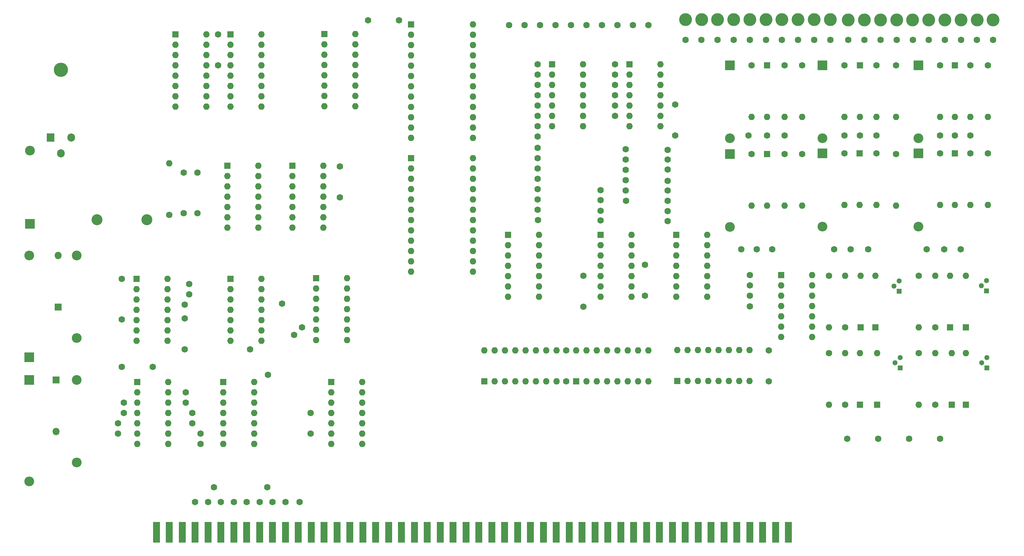
<source format=gbr>
%TF.GenerationSoftware,KiCad,Pcbnew,7.0.10*%
%TF.CreationDate,2024-03-23T14:15:06-04:00*%
%TF.ProjectId,MITS 88-2SIO,4d495453-2038-4382-9d32-53494f2e6b69,rev?*%
%TF.SameCoordinates,Original*%
%TF.FileFunction,Soldermask,Bot*%
%TF.FilePolarity,Negative*%
%FSLAX46Y46*%
G04 Gerber Fmt 4.6, Leading zero omitted, Abs format (unit mm)*
G04 Created by KiCad (PCBNEW 7.0.10) date 2024-03-23 14:15:06*
%MOMM*%
%LPD*%
G01*
G04 APERTURE LIST*
%ADD10C,1.600000*%
%ADD11R,1.600000X1.600000*%
%ADD12O,1.600000X1.600000*%
%ADD13R,2.400000X2.400000*%
%ADD14O,2.400000X2.400000*%
%ADD15C,3.160000*%
%ADD16C,2.400000*%
%ADD17R,1.300000X1.300000*%
%ADD18C,1.300000*%
%ADD19R,1.800000X1.800000*%
%ADD20O,1.800000X1.800000*%
%ADD21O,3.500000X3.500000*%
%ADD22R,1.905000X2.000000*%
%ADD23O,1.905000X2.000000*%
%ADD24R,1.778000X5.080000*%
%ADD25C,2.700000*%
G04 APERTURE END LIST*
D10*
%TO.C,W1*%
X98958400Y-150990000D03*
%TD*%
D11*
%TO.C,U4*%
X191871600Y-121208800D03*
D12*
X194411600Y-121208800D03*
X196951600Y-121208800D03*
X199491600Y-121208800D03*
X202031600Y-121208800D03*
X204571600Y-121208800D03*
X207111600Y-121208800D03*
X209651600Y-121208800D03*
X209651600Y-113588800D03*
X207111600Y-113588800D03*
X204571600Y-113588800D03*
X202031600Y-113588800D03*
X199491600Y-113588800D03*
X196951600Y-113588800D03*
X194411600Y-113588800D03*
X191871600Y-113588800D03*
%TD*%
D10*
%TO.C,P30*%
X157480000Y-66294000D03*
%TD*%
%TO.C,P71*%
X248920000Y-135382000D03*
%TD*%
%TO.C,R20*%
X222631000Y-65278000D03*
D12*
X222631000Y-77978000D03*
%TD*%
D13*
%TO.C,C1*%
X32385000Y-115316000D03*
D14*
X32385000Y-90316000D03*
%TD*%
D10*
%TO.C,R21*%
X251333000Y-114300000D03*
D12*
X251333000Y-127000000D03*
%TD*%
D10*
%TO.C,P14*%
X55118000Y-96012000D03*
%TD*%
D11*
%TO.C,D11*%
X241046000Y-127000000D03*
D12*
X241046000Y-114300000D03*
%TD*%
D10*
%TO.C,C17*%
X70612000Y-105791000D03*
X70612000Y-113411000D03*
%TD*%
%TO.C,C12*%
X191389000Y-53086000D03*
X191389000Y-60706000D03*
%TD*%
%TO.C,P109*%
X205783600Y-37236400D03*
%TD*%
%TO.C,P110*%
X209743600Y-37236400D03*
%TD*%
%TO.C,P89*%
X161925000Y-33528000D03*
%TD*%
D11*
%TO.C,U10*%
X144373601Y-121259601D03*
D12*
X146913601Y-121259601D03*
X149453601Y-121259601D03*
X151993601Y-121259601D03*
X154533601Y-121259601D03*
X157073601Y-121259601D03*
X159613601Y-121259601D03*
X162153601Y-121259601D03*
X162153601Y-113639601D03*
X159613601Y-113639601D03*
X157073601Y-113639601D03*
X154533601Y-113639601D03*
X151993601Y-113639601D03*
X149453601Y-113639601D03*
X146913601Y-113639601D03*
X144373601Y-113639601D03*
%TD*%
D10*
%TO.C,P100*%
X249851600Y-37178400D03*
%TD*%
D11*
%TO.C,D6*%
X236855000Y-43434000D03*
D12*
X236855000Y-56134000D03*
%TD*%
D10*
%TO.C,P3*%
X74549000Y-134112000D03*
%TD*%
%TO.C,P25*%
X189484000Y-71882000D03*
%TD*%
D11*
%TO.C,D5*%
X240690400Y-107950000D03*
D12*
X240690400Y-95250000D03*
%TD*%
D10*
%TO.C,P20*%
X179171600Y-66675000D03*
%TD*%
%TO.C,R15*%
X268351000Y-43434000D03*
D12*
X268351000Y-56134000D03*
%TD*%
D15*
%TO.C,J3*%
X234005400Y-32257000D03*
X237965400Y-32257000D03*
X241925400Y-32257000D03*
X245885400Y-32257000D03*
X249845400Y-32257000D03*
X253805400Y-32257000D03*
X257765400Y-32257000D03*
X261725400Y-32257000D03*
X265685400Y-32257000D03*
X269645400Y-32257000D03*
%TD*%
D10*
%TO.C,P18*%
X55118000Y-106045000D03*
%TD*%
D11*
%TO.C,U20*%
X68326000Y-35814000D03*
D12*
X68326000Y-38354000D03*
X68326000Y-40894000D03*
X68326000Y-43434000D03*
X68326000Y-45974000D03*
X68326000Y-48514000D03*
X68326000Y-51054000D03*
X68326000Y-53594000D03*
X75946000Y-53594000D03*
X75946000Y-51054000D03*
X75946000Y-48514000D03*
X75946000Y-45974000D03*
X75946000Y-43434000D03*
X75946000Y-40894000D03*
X75946000Y-38354000D03*
X75946000Y-35814000D03*
%TD*%
D10*
%TO.C,P7*%
X101600000Y-129032000D03*
%TD*%
D13*
%TO.C,C2*%
X32385000Y-120904000D03*
D14*
X32385000Y-145904000D03*
%TD*%
D11*
%TO.C,U5*%
X103022400Y-95885000D03*
D12*
X103022400Y-98425000D03*
X103022400Y-100965000D03*
X103022400Y-103505000D03*
X103022400Y-106045000D03*
X103022400Y-108585000D03*
X103022400Y-111125000D03*
X110642400Y-111125000D03*
X110642400Y-108585000D03*
X110642400Y-106045000D03*
X110642400Y-103505000D03*
X110642400Y-100965000D03*
X110642400Y-98425000D03*
X110642400Y-95885000D03*
%TD*%
D10*
%TO.C,W6*%
X85928200Y-150990000D03*
%TD*%
%TO.C,P54*%
X176530000Y-43180000D03*
%TD*%
D11*
%TO.C,U2*%
X106680000Y-121412000D03*
D12*
X106680000Y-123952000D03*
X106680000Y-126492000D03*
X106680000Y-129032000D03*
X106680000Y-131572000D03*
X106680000Y-134112000D03*
X106680000Y-136652000D03*
X114300000Y-136652000D03*
X114300000Y-134112000D03*
X114300000Y-131572000D03*
X114300000Y-129032000D03*
X114300000Y-126492000D03*
X114300000Y-123952000D03*
X114300000Y-121412000D03*
%TD*%
D10*
%TO.C,P49*%
X157480000Y-63754000D03*
%TD*%
%TO.C,P58*%
X209423000Y-60706000D03*
%TD*%
D16*
%TO.C,R2*%
X44069000Y-120904000D03*
D14*
X44069000Y-141224000D03*
%TD*%
D11*
%TO.C,U22*%
X81915000Y-35814000D03*
D12*
X81915000Y-38354000D03*
X81915000Y-40894000D03*
X81915000Y-43434000D03*
X81915000Y-45974000D03*
X81915000Y-48514000D03*
X81915000Y-51054000D03*
X81915000Y-53594000D03*
X89535000Y-53594000D03*
X89535000Y-51054000D03*
X89535000Y-48514000D03*
X89535000Y-45974000D03*
X89535000Y-43434000D03*
X89535000Y-40894000D03*
X89535000Y-38354000D03*
X89535000Y-35814000D03*
%TD*%
D10*
%TO.C,R23*%
X233045000Y-65151000D03*
D12*
X233045000Y-77851000D03*
%TD*%
D10*
%TO.C,R3*%
X210185000Y-43434000D03*
D12*
X210185000Y-56134000D03*
%TD*%
D10*
%TO.C,P60*%
X256540000Y-60706000D03*
%TD*%
%TO.C,W3*%
X76403200Y-150990000D03*
%TD*%
%TO.C,P88*%
X158115000Y-33528000D03*
%TD*%
D13*
%TO.C,C6*%
X204851000Y-65278000D03*
D14*
X204851000Y-83278000D03*
%TD*%
D10*
%TO.C,W5*%
X82753200Y-150990000D03*
%TD*%
%TO.C,P21*%
X189484000Y-79349600D03*
%TD*%
%TO.C,P99*%
X245891600Y-37178400D03*
%TD*%
%TO.C,P68*%
X241300000Y-135382000D03*
%TD*%
%TO.C,R19*%
X218313000Y-65278000D03*
D12*
X218313000Y-77978000D03*
%TD*%
D10*
%TO.C,P37*%
X157480000Y-53340000D03*
%TD*%
%TO.C,P114*%
X225583600Y-37236400D03*
%TD*%
D13*
%TO.C,C5*%
X251206000Y-43434000D03*
D14*
X251206000Y-61434000D03*
%TD*%
D10*
%TO.C,P40*%
X209753200Y-102819200D03*
%TD*%
%TO.C,R22*%
X255397000Y-127000000D03*
D12*
X255397000Y-114300000D03*
%TD*%
D10*
%TO.C,P42*%
X179171600Y-64135000D03*
%TD*%
D16*
%TO.C,R1*%
X44069000Y-90297000D03*
D14*
X44069000Y-110617000D03*
%TD*%
D11*
%TO.C,U15*%
X126390400Y-66294000D03*
D12*
X126390400Y-68834000D03*
X126390400Y-71374000D03*
X126390400Y-73914000D03*
X126390400Y-76454000D03*
X126390400Y-78994000D03*
X126390400Y-81534000D03*
X126390400Y-84074000D03*
X126390400Y-86614000D03*
X126390400Y-89154000D03*
X126390400Y-91694000D03*
X126390400Y-94234000D03*
X141630400Y-94234000D03*
X141630400Y-91694000D03*
X141630400Y-89154000D03*
X141630400Y-86614000D03*
X141630400Y-84074000D03*
X141630400Y-81534000D03*
X141630400Y-78994000D03*
X141630400Y-76454000D03*
X141630400Y-73914000D03*
X141630400Y-71374000D03*
X141630400Y-68834000D03*
X141630400Y-66294000D03*
%TD*%
D10*
%TO.C,P87*%
X154305000Y-33528000D03*
%TD*%
%TO.C,P69*%
X256540000Y-135382000D03*
%TD*%
%TO.C,P94*%
X180975000Y-33528000D03*
%TD*%
%TO.C,P96*%
X234011600Y-37178400D03*
%TD*%
%TO.C,P39*%
X157556200Y-76454000D03*
%TD*%
D17*
%TO.C,Q3*%
X246761000Y-117957600D03*
D18*
X245491000Y-116687600D03*
X246761000Y-115417600D03*
%TD*%
D11*
%TO.C,D9*%
X260223000Y-43434000D03*
D12*
X260223000Y-56134000D03*
%TD*%
D10*
%TO.C,C13*%
X164541200Y-121310400D03*
X164541200Y-113690400D03*
%TD*%
%TO.C,P43*%
X189484000Y-81788000D03*
%TD*%
%TO.C,P113*%
X221623600Y-37236400D03*
%TD*%
%TO.C,P28*%
X157556200Y-71374000D03*
%TD*%
D11*
%TO.C,U14*%
X126365000Y-33401000D03*
D12*
X126365000Y-35941000D03*
X126365000Y-38481000D03*
X126365000Y-41021000D03*
X126365000Y-43561000D03*
X126365000Y-46101000D03*
X126365000Y-48641000D03*
X126365000Y-51181000D03*
X126365000Y-53721000D03*
X126365000Y-56261000D03*
X126365000Y-58801000D03*
X126365000Y-61341000D03*
X141605000Y-61341000D03*
X141605000Y-58801000D03*
X141605000Y-56261000D03*
X141605000Y-53721000D03*
X141605000Y-51181000D03*
X141605000Y-48641000D03*
X141605000Y-46101000D03*
X141605000Y-43561000D03*
X141605000Y-41021000D03*
X141605000Y-38481000D03*
X141605000Y-35941000D03*
X141605000Y-33401000D03*
%TD*%
D10*
%TO.C,R5*%
X222631000Y-43434000D03*
D12*
X222631000Y-56134000D03*
%TD*%
D10*
%TO.C,P56*%
X157505400Y-73914000D03*
%TD*%
%TO.C,P66*%
X157480000Y-48260000D03*
%TD*%
%TO.C,P72*%
X157480000Y-50800000D03*
%TD*%
D11*
%TO.C,D8*%
X262890000Y-107950000D03*
D12*
X262890000Y-95250000D03*
%TD*%
D17*
%TO.C,Q2*%
X268020800Y-99009200D03*
D18*
X266750800Y-97739200D03*
X268020800Y-96469200D03*
%TD*%
D11*
%TO.C,D7*%
X259029200Y-107950000D03*
D12*
X259029200Y-95250000D03*
%TD*%
D10*
%TO.C,P108*%
X201823600Y-37236400D03*
%TD*%
%TO.C,P13*%
X101600000Y-134112000D03*
%TD*%
D11*
%TO.C,U1*%
X80162400Y-121412000D03*
D12*
X80162400Y-123952000D03*
X80162400Y-126492000D03*
X80162400Y-129032000D03*
X80162400Y-131572000D03*
X80162400Y-134112000D03*
X80162400Y-136652000D03*
X87782400Y-136652000D03*
X87782400Y-134112000D03*
X87782400Y-131572000D03*
X87782400Y-129032000D03*
X87782400Y-126492000D03*
X87782400Y-123952000D03*
X87782400Y-121412000D03*
%TD*%
D11*
%TO.C,U11*%
X97180400Y-68199000D03*
D12*
X97180400Y-70739000D03*
X97180400Y-73279000D03*
X97180400Y-75819000D03*
X97180400Y-78359000D03*
X97180400Y-80899000D03*
X97180400Y-83439000D03*
X104800400Y-83439000D03*
X104800400Y-80899000D03*
X104800400Y-78359000D03*
X104800400Y-75819000D03*
X104800400Y-73279000D03*
X104800400Y-70739000D03*
X104800400Y-68199000D03*
%TD*%
D11*
%TO.C,U23*%
X217424000Y-95148400D03*
D12*
X217424000Y-97688400D03*
X217424000Y-100228400D03*
X217424000Y-102768400D03*
X217424000Y-105308400D03*
X217424000Y-107848400D03*
X217424000Y-110388400D03*
X225044000Y-110388400D03*
X225044000Y-107848400D03*
X225044000Y-105308400D03*
X225044000Y-102768400D03*
X225044000Y-100228400D03*
X225044000Y-97688400D03*
X225044000Y-95148400D03*
%TD*%
D10*
%TO.C,P81*%
X215265000Y-88773000D03*
%TD*%
%TO.C,P2*%
X54229000Y-131572000D03*
%TD*%
%TO.C,P77*%
X240919000Y-60706000D03*
%TD*%
%TO.C,P57*%
X157556200Y-78994000D03*
%TD*%
%TO.C,W9*%
X95450400Y-150990000D03*
%TD*%
D11*
%TO.C,D18*%
X260223000Y-65151000D03*
D12*
X260223000Y-77851000D03*
%TD*%
D10*
%TO.C,W10*%
X77876400Y-147320000D03*
%TD*%
%TO.C,P78*%
X260223000Y-60706000D03*
%TD*%
D13*
%TO.C,C7*%
X227584000Y-65151000D03*
D14*
X227584000Y-83151000D03*
%TD*%
D11*
%TO.C,U13*%
X191643000Y-85217000D03*
D12*
X191643000Y-87757000D03*
X191643000Y-90297000D03*
X191643000Y-92837000D03*
X191643000Y-95377000D03*
X191643000Y-97917000D03*
X191643000Y-100457000D03*
X199263000Y-100457000D03*
X199263000Y-97917000D03*
X199263000Y-95377000D03*
X199263000Y-92837000D03*
X199263000Y-90297000D03*
X199263000Y-87757000D03*
X199263000Y-85217000D03*
%TD*%
D10*
%TO.C,P34*%
X173024800Y-79248000D03*
%TD*%
%TO.C,P47*%
X189484000Y-69088000D03*
%TD*%
D19*
%TO.C,D2*%
X38989000Y-120904000D03*
D20*
X38989000Y-133604000D03*
%TD*%
D10*
%TO.C,P33*%
X176530000Y-50800000D03*
%TD*%
%TO.C,P44*%
X179171600Y-69215000D03*
%TD*%
%TO.C,C14*%
X108839000Y-68326000D03*
X108839000Y-75946000D03*
%TD*%
D11*
%TO.C,D4*%
X237032800Y-107950000D03*
D12*
X237032800Y-95250000D03*
%TD*%
D10*
%TO.C,C10*%
X73761600Y-79883000D03*
X73761600Y-69883000D03*
%TD*%
D11*
%TO.C,U16*%
X172974000Y-85217000D03*
D12*
X172974000Y-87757000D03*
X172974000Y-90297000D03*
X172974000Y-92837000D03*
X172974000Y-95377000D03*
X172974000Y-97917000D03*
X172974000Y-100457000D03*
X180594000Y-100457000D03*
X180594000Y-97917000D03*
X180594000Y-95377000D03*
X180594000Y-92837000D03*
X180594000Y-90297000D03*
X180594000Y-87757000D03*
X180594000Y-85217000D03*
%TD*%
D10*
%TO.C,P93*%
X177165000Y-33528000D03*
%TD*%
D11*
%TO.C,U8*%
X58826400Y-96012000D03*
D12*
X58826400Y-98552000D03*
X58826400Y-101092000D03*
X58826400Y-103632000D03*
X58826400Y-106172000D03*
X58826400Y-108712000D03*
X58826400Y-111252000D03*
X66446400Y-111252000D03*
X66446400Y-108712000D03*
X66446400Y-106172000D03*
X66446400Y-103632000D03*
X66446400Y-101092000D03*
X66446400Y-98552000D03*
X66446400Y-96012000D03*
%TD*%
D10*
%TO.C,P85*%
X261620000Y-88798400D03*
%TD*%
%TO.C,P10*%
X72517000Y-131572000D03*
%TD*%
%TO.C,R28*%
X66802000Y-80264000D03*
D12*
X66802000Y-67564000D03*
%TD*%
D13*
%TO.C,C3*%
X204851000Y-43434000D03*
D14*
X204851000Y-61434000D03*
%TD*%
D11*
%TO.C,U7*%
X81153000Y-68199000D03*
D12*
X81153000Y-70739000D03*
X81153000Y-73279000D03*
X81153000Y-75819000D03*
X81153000Y-78359000D03*
X81153000Y-80899000D03*
X81153000Y-83439000D03*
X88773000Y-83439000D03*
X88773000Y-80899000D03*
X88773000Y-78359000D03*
X88773000Y-75819000D03*
X88773000Y-73279000D03*
X88773000Y-70739000D03*
X88773000Y-68199000D03*
%TD*%
D10*
%TO.C,P29*%
X209753200Y-97688400D03*
%TD*%
D21*
%TO.C,U24*%
X40132000Y-44554000D03*
D22*
X37592000Y-61214000D03*
D23*
X40132000Y-65151000D03*
X42672000Y-61214000D03*
%TD*%
D10*
%TO.C,R10*%
X245745000Y-43434000D03*
D12*
X245745000Y-56134000D03*
%TD*%
D10*
%TO.C,P45*%
X189484000Y-76835000D03*
%TD*%
%TO.C,R4*%
X218313000Y-43434000D03*
D12*
X218313000Y-56134000D03*
%TD*%
D10*
%TO.C,C18*%
X62738000Y-117729000D03*
X55118000Y-117729000D03*
%TD*%
D11*
%TO.C,D13*%
X259461000Y-127000000D03*
D12*
X259461000Y-114300000D03*
%TD*%
D10*
%TO.C,P73*%
X157480000Y-60960000D03*
%TD*%
D24*
%TO.C,P1*%
X63700000Y-158486000D03*
X66875000Y-158486000D03*
X70050000Y-158486000D03*
X73225000Y-158486000D03*
X76400000Y-158486000D03*
X79575000Y-158486000D03*
X82750000Y-158486000D03*
X85925000Y-158486000D03*
X89100000Y-158486000D03*
X92275000Y-158486000D03*
X95450000Y-158486000D03*
X98625000Y-158486000D03*
X101800000Y-158486000D03*
X104975000Y-158486000D03*
X108150000Y-158486000D03*
X111325000Y-158486000D03*
X114500000Y-158486000D03*
X117675000Y-158486000D03*
X120850000Y-158486000D03*
X124025000Y-158486000D03*
X127200000Y-158486000D03*
X130375000Y-158486000D03*
X133550000Y-158486000D03*
X136725000Y-158486000D03*
X139900000Y-158486000D03*
X143075000Y-158486000D03*
X146250000Y-158486000D03*
X149425000Y-158486000D03*
X152600000Y-158486000D03*
X155775000Y-158486000D03*
X158950000Y-158486000D03*
X162125000Y-158486000D03*
X165300000Y-158486000D03*
X168475000Y-158486000D03*
X171650000Y-158486000D03*
X174825000Y-158486000D03*
X178000000Y-158486000D03*
X181175000Y-158486000D03*
X184350000Y-158486000D03*
X187525000Y-158486000D03*
X190700000Y-158486000D03*
X193875000Y-158486000D03*
X197050000Y-158486000D03*
X200225000Y-158486000D03*
X203400000Y-158486000D03*
X206575000Y-158486000D03*
X209750000Y-158486000D03*
X212925000Y-158486000D03*
X216100000Y-158486000D03*
X219275000Y-158486000D03*
%TD*%
D10*
%TO.C,P26*%
X157480000Y-43180000D03*
%TD*%
%TO.C,P11*%
X70866000Y-126492000D03*
%TD*%
%TO.C,C22*%
X214376000Y-113665000D03*
X214376000Y-121285000D03*
%TD*%
%TO.C,C15*%
X94615000Y-102108000D03*
X99513042Y-107945259D03*
%TD*%
%TO.C,P19*%
X97536000Y-109855000D03*
%TD*%
%TO.C,R27*%
X264033000Y-65151000D03*
D12*
X264033000Y-77851000D03*
%TD*%
D10*
%TO.C,R24*%
X240919000Y-65151000D03*
D12*
X240919000Y-77851000D03*
%TD*%
D10*
%TO.C,C23*%
X183896000Y-92608400D03*
X183896000Y-100228400D03*
%TD*%
%TO.C,P65*%
X157480000Y-55880000D03*
%TD*%
%TO.C,P61*%
X207670400Y-88747600D03*
%TD*%
%TO.C,P52*%
X176530000Y-48260000D03*
%TD*%
%TO.C,P86*%
X150495000Y-33528000D03*
%TD*%
%TO.C,P24*%
X179273200Y-76835000D03*
%TD*%
%TO.C,R8*%
X233045000Y-43434000D03*
D12*
X233045000Y-56134000D03*
%TD*%
D10*
%TO.C,R12*%
X255422400Y-107950000D03*
D12*
X255422400Y-95250000D03*
%TD*%
D10*
%TO.C,P5*%
X70866000Y-123952000D03*
%TD*%
D11*
%TO.C,D12*%
X213995000Y-65278000D03*
D12*
X213995000Y-77978000D03*
%TD*%
D10*
%TO.C,P23*%
X189484000Y-74295000D03*
%TD*%
%TO.C,P35*%
X176530000Y-45720000D03*
%TD*%
%TO.C,P90*%
X165735000Y-33528000D03*
%TD*%
D11*
%TO.C,D3*%
X213995000Y-43434000D03*
D12*
X213995000Y-56134000D03*
%TD*%
D10*
%TO.C,W4*%
X79578200Y-150990000D03*
%TD*%
%TO.C,R30*%
X268351000Y-65151000D03*
D12*
X268351000Y-77851000D03*
%TD*%
D11*
%TO.C,U9*%
X167030400Y-121259600D03*
D12*
X169570400Y-121259600D03*
X172110400Y-121259600D03*
X174650400Y-121259600D03*
X177190400Y-121259600D03*
X179730400Y-121259600D03*
X182270400Y-121259600D03*
X184810400Y-121259600D03*
X184810400Y-113639600D03*
X182270400Y-113639600D03*
X179730400Y-113639600D03*
X177190400Y-113639600D03*
X174650400Y-113639600D03*
X172110400Y-113639600D03*
X169570400Y-113639600D03*
X167030400Y-113639600D03*
%TD*%
D10*
%TO.C,P70*%
X233680000Y-135382000D03*
%TD*%
%TO.C,W2*%
X73228200Y-150990000D03*
%TD*%
%TO.C,P107*%
X197860400Y-37236400D03*
%TD*%
%TO.C,R25*%
X245745000Y-65278000D03*
D12*
X245745000Y-77978000D03*
%TD*%
D10*
%TO.C,P48*%
X157505400Y-68834000D03*
%TD*%
%TO.C,P67*%
X157480000Y-58420000D03*
%TD*%
%TO.C,P16*%
X71755000Y-99822000D03*
%TD*%
%TO.C,C20*%
X168808400Y-95250000D03*
X168808400Y-102870000D03*
%TD*%
%TO.C,P103*%
X261731600Y-37178400D03*
%TD*%
%TO.C,P74*%
X213995000Y-60706000D03*
%TD*%
%TO.C,C21*%
X78867002Y-35813996D03*
X78867002Y-43433996D03*
%TD*%
D11*
%TO.C,U21*%
X180086000Y-43180000D03*
D12*
X180086000Y-45720000D03*
X180086000Y-48260000D03*
X180086000Y-50800000D03*
X180086000Y-53340000D03*
X180086000Y-55880000D03*
X180086000Y-58420000D03*
X187706000Y-58420000D03*
X187706000Y-55880000D03*
X187706000Y-53340000D03*
X187706000Y-50800000D03*
X187706000Y-48260000D03*
X187706000Y-45720000D03*
X187706000Y-43180000D03*
%TD*%
D10*
%TO.C,P38*%
X209753200Y-100228400D03*
%TD*%
%TO.C,P98*%
X241931600Y-37174400D03*
%TD*%
%TO.C,R9*%
X240919000Y-43434000D03*
D12*
X240919000Y-56134000D03*
%TD*%
D10*
%TO.C,P51*%
X189484000Y-64262000D03*
%TD*%
%TO.C,P53*%
X173024800Y-81661000D03*
%TD*%
D15*
%TO.C,J2*%
X193907400Y-32227000D03*
X197867400Y-32227000D03*
X201827400Y-32227000D03*
X205787400Y-32227000D03*
X209747400Y-32227000D03*
X213707400Y-32227000D03*
X217667400Y-32227000D03*
X221627400Y-32227000D03*
X225587400Y-32227000D03*
X229547400Y-32227000D03*
%TD*%
D10*
%TO.C,P36*%
X173024800Y-74218800D03*
%TD*%
%TO.C,R17*%
X233172000Y-127000000D03*
D12*
X233172000Y-114300000D03*
%TD*%
D10*
%TO.C,W8*%
X92278200Y-150990000D03*
%TD*%
%TO.C,P22*%
X179222400Y-71755000D03*
%TD*%
%TO.C,P6*%
X55626000Y-126492000D03*
%TD*%
%TO.C,P106*%
X193903600Y-37236400D03*
%TD*%
%TO.C,W11*%
X90932000Y-147320000D03*
%TD*%
D13*
%TO.C,C4*%
X227584000Y-43434000D03*
D14*
X227584000Y-61434000D03*
%TD*%
D10*
%TO.C,P64*%
X157480000Y-45720000D03*
%TD*%
%TO.C,P102*%
X257753600Y-37178400D03*
%TD*%
%TO.C,P9*%
X74549000Y-136652000D03*
%TD*%
D11*
%TO.C,U3*%
X81915000Y-96012000D03*
D12*
X81915000Y-98552000D03*
X81915000Y-101092000D03*
X81915000Y-103632000D03*
X81915000Y-106172000D03*
X81915000Y-108712000D03*
X81915000Y-111252000D03*
X89535000Y-111252000D03*
X89535000Y-108712000D03*
X89535000Y-106172000D03*
X89535000Y-103632000D03*
X89535000Y-101092000D03*
X89535000Y-98552000D03*
X89535000Y-96012000D03*
%TD*%
D10*
%TO.C,P31*%
X176530000Y-55880000D03*
%TD*%
D11*
%TO.C,D10*%
X236855000Y-127000000D03*
D12*
X236855000Y-114300000D03*
%TD*%
D10*
%TO.C,P50*%
X176530000Y-53340000D03*
%TD*%
%TO.C,P63*%
X253238000Y-88798400D03*
%TD*%
D17*
%TO.C,Q4*%
X268071600Y-118008400D03*
D18*
X266801600Y-116738400D03*
X268071600Y-115468400D03*
%TD*%
D10*
%TO.C,P46*%
X179197000Y-74295000D03*
%TD*%
D11*
%TO.C,D14*%
X262940800Y-127050800D03*
D12*
X262940800Y-114350800D03*
%TD*%
D13*
%TO.C,C8*%
X251206000Y-65151000D03*
D14*
X251206000Y-83151000D03*
%TD*%
D10*
%TO.C,P76*%
X236855000Y-60706000D03*
%TD*%
%TO.C,R14*%
X264033000Y-43434000D03*
D12*
X264033000Y-56134000D03*
%TD*%
D10*
%TO.C,P59*%
X233045000Y-60706000D03*
%TD*%
%TO.C,P80*%
X211429600Y-88747600D03*
%TD*%
D11*
%TO.C,U6*%
X58978800Y-121412000D03*
D12*
X58978800Y-123952000D03*
X58978800Y-126492000D03*
X58978800Y-129032000D03*
X58978800Y-131572000D03*
X58978800Y-134112000D03*
X58978800Y-136652000D03*
X66598800Y-136652000D03*
X66598800Y-134112000D03*
X66598800Y-131572000D03*
X66598800Y-129032000D03*
X66598800Y-126492000D03*
X66598800Y-123952000D03*
X66598800Y-121412000D03*
%TD*%
D10*
%TO.C,P115*%
X229543600Y-37236400D03*
%TD*%
%TO.C,P4*%
X72517000Y-129032000D03*
%TD*%
%TO.C,R13*%
X256540000Y-43434000D03*
D12*
X256540000Y-56134000D03*
%TD*%
D11*
%TO.C,J1*%
X105003600Y-35763200D03*
D12*
X105003600Y-38303200D03*
X105003600Y-40843200D03*
X105003600Y-43383200D03*
X105003600Y-45923200D03*
X105003600Y-48463200D03*
X105003600Y-51003200D03*
X105003600Y-53543200D03*
X112623600Y-53543200D03*
X112623600Y-51003200D03*
X112623600Y-48463200D03*
X112623600Y-45923200D03*
X112623600Y-43383200D03*
X112623600Y-40843200D03*
X112623600Y-38303200D03*
X112623600Y-35763200D03*
%TD*%
D10*
%TO.C,R18*%
X210185000Y-65278000D03*
D12*
X210185000Y-77978000D03*
%TD*%
D10*
%TO.C,P79*%
X264033000Y-60706000D03*
%TD*%
%TO.C,P91*%
X169545000Y-33528000D03*
%TD*%
%TO.C,C19*%
X123393200Y-32410400D03*
X115773200Y-32410400D03*
%TD*%
%TO.C,C16*%
X91137052Y-119678339D03*
X86766400Y-113436400D03*
%TD*%
%TO.C,P95*%
X184785000Y-33528000D03*
%TD*%
%TO.C,P15*%
X71755000Y-97282000D03*
%TD*%
%TO.C,R16*%
X229235000Y-114300000D03*
D12*
X229235000Y-127000000D03*
%TD*%
D10*
%TO.C,P83*%
X238861600Y-88747600D03*
%TD*%
%TO.C,W7*%
X89103200Y-150977600D03*
%TD*%
%TO.C,P17*%
X70612000Y-102362000D03*
%TD*%
%TO.C,P8*%
X54229000Y-134112000D03*
%TD*%
%TO.C,P75*%
X218338400Y-60706000D03*
%TD*%
D11*
%TO.C,U19*%
X161036000Y-43180000D03*
D12*
X161036000Y-45720000D03*
X161036000Y-48260000D03*
X161036000Y-50800000D03*
X161036000Y-53340000D03*
X161036000Y-55880000D03*
X161036000Y-58420000D03*
X168656000Y-58420000D03*
X168656000Y-55880000D03*
X168656000Y-53340000D03*
X168656000Y-50800000D03*
X168656000Y-48260000D03*
X168656000Y-45720000D03*
X168656000Y-43180000D03*
%TD*%
D10*
%TO.C,P41*%
X157607000Y-81534000D03*
%TD*%
%TO.C,P32*%
X189484000Y-66675000D03*
%TD*%
%TO.C,R7*%
X233172000Y-107950000D03*
D12*
X233172000Y-95250000D03*
%TD*%
D10*
%TO.C,P105*%
X269640800Y-37178400D03*
%TD*%
%TO.C,P112*%
X217663600Y-37236400D03*
%TD*%
D13*
%TO.C,C11*%
X32512000Y-82499200D03*
D14*
X32512000Y-64499200D03*
%TD*%
D17*
%TO.C,Q1*%
X246532400Y-99060000D03*
D18*
X245262400Y-97790000D03*
X246532400Y-96520000D03*
%TD*%
D10*
%TO.C,P97*%
X237971600Y-37178400D03*
%TD*%
%TO.C,R11*%
X251333000Y-95250000D03*
D12*
X251333000Y-107950000D03*
%TD*%
D11*
%TO.C,D15*%
X236728000Y-65176400D03*
D12*
X236728000Y-77876400D03*
%TD*%
D10*
%TO.C,P84*%
X257606800Y-88798400D03*
%TD*%
%TO.C,P62*%
X230479600Y-88747600D03*
%TD*%
%TO.C,P92*%
X173355000Y-33528000D03*
%TD*%
%TO.C,P27*%
X209753200Y-95148400D03*
%TD*%
D19*
%TO.C,D1*%
X39497000Y-102997000D03*
D20*
X39497000Y-90297000D03*
%TD*%
D10*
%TO.C,P111*%
X213703600Y-37236400D03*
%TD*%
D25*
%TO.C,CR1*%
X61362000Y-81483200D03*
X49022000Y-81483200D03*
%TD*%
D10*
%TO.C,R26*%
X256540000Y-65151000D03*
D12*
X256540000Y-77851000D03*
%TD*%
D10*
%TO.C,P101*%
X253811600Y-37178400D03*
%TD*%
%TO.C,P55*%
X173024800Y-76657200D03*
%TD*%
D11*
%TO.C,U18*%
X150241000Y-85217000D03*
D12*
X150241000Y-87757000D03*
X150241000Y-90297000D03*
X150241000Y-92837000D03*
X150241000Y-95377000D03*
X150241000Y-97917000D03*
X150241000Y-100457000D03*
X157861000Y-100457000D03*
X157861000Y-97917000D03*
X157861000Y-95377000D03*
X157861000Y-92837000D03*
X157861000Y-90297000D03*
X157861000Y-87757000D03*
X157861000Y-85217000D03*
%TD*%
D10*
%TO.C,P104*%
X265678400Y-37178400D03*
%TD*%
%TO.C,P82*%
X234543600Y-88747600D03*
%TD*%
%TO.C,R6*%
X229260400Y-95250000D03*
D12*
X229260400Y-107950000D03*
%TD*%
D10*
%TO.C,P12*%
X55626000Y-129032000D03*
%TD*%
%TO.C,C9*%
X70358000Y-79883000D03*
X70358000Y-69883000D03*
%TD*%
M02*

</source>
